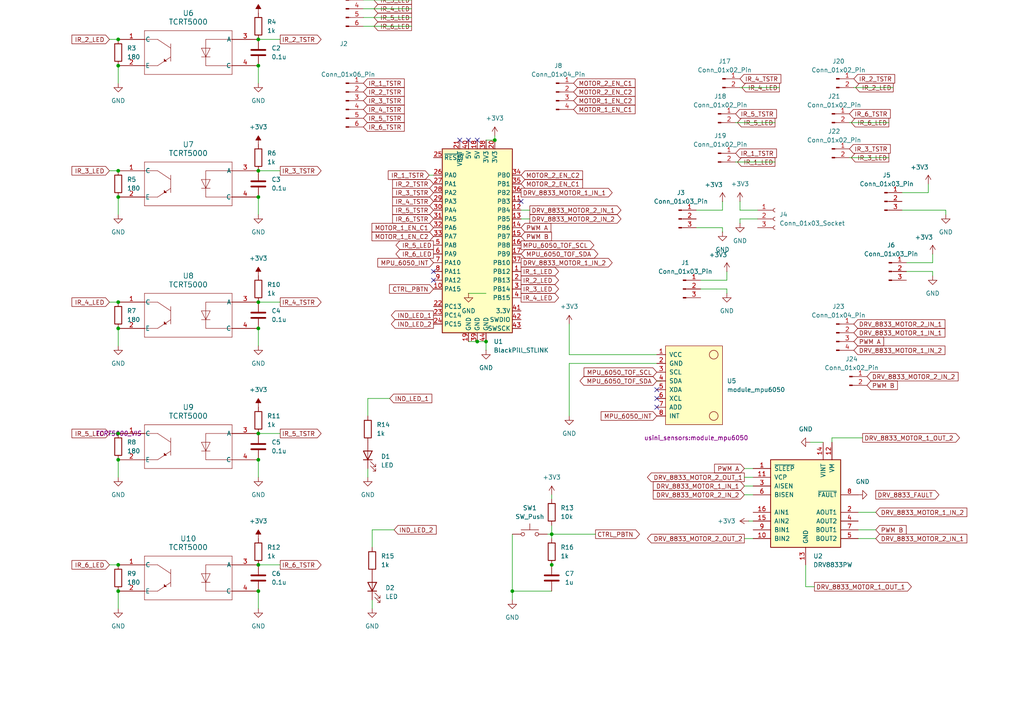
<source format=kicad_sch>
(kicad_sch (version 20231120) (generator "eeschema") (generator_version "8.0")
  (paper "A4")
  (lib_symbols
    (symbol "2024-09-13_15-42-39:TCRT5000" (pin_names (offset 0.254))
      (property "Reference" "U" (at 20.32 7.62 0))
      (property "Value" "TCRT5000" (at 20.32 5.08 0))
      (symbol "TCRT5000_0_1"
        (pin unspecified line (at 0 0 0) (length 7.62) (name "C") (number "1"))
        (pin unspecified line (at 0 -7.62 0) (length 7.62) (name "E") (number "2"))
        (pin unspecified line (at 40.64 0 180) (length 7.62) (name "A") (number "3"))
        (pin unspecified line (at 40.64 -7.62 180) (length 7.62) (name "C") (number "4"))
      )
    )
    (symbol "Connector:Conn_01x02_Pin" (pin_names (offset 1.016) hide)
      (property "Reference" "J" (at 0 2.54 0))
      (property "Value" "Conn_01x02_Pin" (at 0 -5.08 0))
      (symbol "Conn_01x02_Pin_1_1"
        (pin passive line (at 5.08 0 180) (length 3.81) (name "Pin_1") (number "1"))
        (pin passive line (at 5.08 -2.54 180) (length 3.81) (name "Pin_2") (number "2"))
      )
    )
    (symbol "Connector:Conn_01x03_Pin" (pin_names (offset 1.016) hide)
      (property "Reference" "J" (at 0 5.08 0))
      (property "Value" "Conn_01x03_Pin" (at 0 -5.08 0))
      (symbol "Conn_01x03_Pin_1_1"
        (pin passive line (at 5.08 2.54 180) (length 3.81) (name "Pin_1") (number "1"))
        (pin passive line (at 5.08 0 180) (length 3.81) (name "Pin_2") (number "2"))
        (pin passive line (at 5.08 -2.54 180) (length 3.81) (name "Pin_3") (number "3"))
      )
    )
    (symbol "Connector:Conn_01x03_Socket" (pin_names (offset 1.016) hide)
      (property "Reference" "J" (at 0 5.08 0))
      (property "Value" "Conn_01x03_Socket" (at 0 -5.08 0))
      (symbol "Conn_01x03_Socket_1_1"
        (pin passive line (at -5.08 2.54 0) (length 3.81) (name "Pin_1") (number "1"))
        (pin passive line (at -5.08 0 0) (length 3.81) (name "Pin_2") (number "2"))
        (pin passive line (at -5.08 -2.54 0) (length 3.81) (name "Pin_3") (number "3"))
      )
    )
    (symbol "Connector:Conn_01x04_Pin" (pin_names (offset 1.016) hide)
      (property "Reference" "J" (at 0 5.08 0))
      (property "Value" "Conn_01x04_Pin" (at 0 -7.62 0))
      (symbol "Conn_01x04_Pin_1_1"
        (pin passive line (at 5.08 2.54 180) (length 3.81) (name "Pin_1") (number "1"))
        (pin passive line (at 5.08 0 180) (length 3.81) (name "Pin_2") (number "2"))
        (pin passive line (at 5.08 -2.54 180) (length 3.81) (name "Pin_3") (number "3"))
        (pin passive line (at 5.08 -5.08 180) (length 3.81) (name "Pin_4") (number "4"))
      )
    )
    (symbol "Connector:Conn_01x06_Pin" (pin_names (offset 1.016) hide)
      (property "Reference" "J" (at 0 7.62 0))
      (property "Value" "Conn_01x06_Pin" (at 0 -10.16 0))
      (symbol "Conn_01x06_Pin_1_1"
        (pin passive line (at 5.08 5.08 180) (length 3.81) (name "Pin_1") (number "1"))
        (pin passive line (at 5.08 2.54 180) (length 3.81) (name "Pin_2") (number "2"))
        (pin passive line (at 5.08 0 180) (length 3.81) (name "Pin_3") (number "3"))
        (pin passive line (at 5.08 -2.54 180) (length 3.81) (name "Pin_4") (number "4"))
        (pin passive line (at 5.08 -5.08 180) (length 3.81) (name "Pin_5") (number "5"))
        (pin passive line (at 5.08 -7.62 180) (length 3.81) (name "Pin_6") (number "6"))
      )
    )
    (symbol "Device:C" (pin_numbers hide) (pin_names (offset 0.254))
      (property "Reference" "C" (at 0.635 2.54 0))
      (property "Value" "C" (at 0.635 -2.54 0))
      (symbol "C_1_1"
        (pin passive line (at 0 3.81 270) (length 2.794) (name "~") (number "1"))
        (pin passive line (at 0 -3.81 90) (length 2.794) (name "~") (number "2"))
      )
    )
    (symbol "Device:LED" (pin_numbers hide) (pin_names (offset 1.016) hide)
      (property "Reference" "D" (at 0 2.54 0))
      (property "Value" "LED" (at 0 -2.54 0))
      (symbol "LED_1_1"
        (pin passive line (at -3.81 0 0) (length 2.54) (name "K") (number "1"))
        (pin passive line (at 3.81 0 180) (length 2.54) (name "A") (number "2"))
      )
    )
    (symbol "Device:R" (pin_numbers hide) (pin_names (offset 0))
      (property "Reference" "R" (at 2.032 0 90))
      (property "Value" "R" (at 0 0 90))
      (symbol "R_1_1"
        (pin passive line (at 0 3.81 270) (length 1.27) (name "~") (number "1"))
        (pin passive line (at 0 -3.81 90) (length 1.27) (name "~") (number "2"))
      )
    )
    (symbol "Driver_Motor:DRV8833PW" (pin_names (offset 1.016))
      (property "Reference" "U" (at -3.81 16.51 0))
      (property "Value" "DRV8833PW" (at -3.81 13.97 0))
      (symbol "DRV8833PW_1_1"
        (pin input line (at -15.24 10.16 0) (length 5.08) (name "~{SLEEP}") (number "1"))
        (pin input line (at -15.24 -10.16 0) (length 5.08) (name "BIN2") (number "10"))
        (pin bidirectional line (at -15.24 7.62 0) (length 5.08) (name "VCP") (number "11"))
        (pin power_in line (at 7.62 17.78 270) (length 5.08) (name "VM") (number "12"))
        (pin power_in line (at 0 -17.78 90) (length 5.08) (name "GND") (number "13"))
        (pin power_in line (at 5.08 17.78 270) (length 5.08) (name "VINT") (number "14"))
        (pin input line (at -15.24 -5.08 0) (length 5.08) (name "AIN2") (number "15"))
        (pin input line (at -15.24 -2.54 0) (length 5.08) (name "AIN1") (number "16"))
        (pin power_out line (at 15.24 -2.54 180) (length 5.08) (name "AOUT1") (number "2"))
        (pin bidirectional line (at -15.24 5.08 0) (length 5.08) (name "AISEN") (number "3"))
        (pin power_out line (at 15.24 -5.08 180) (length 5.08) (name "AOUT2") (number "4"))
        (pin power_out line (at 15.24 -10.16 180) (length 5.08) (name "BOUT2") (number "5"))
        (pin bidirectional line (at -15.24 2.54 0) (length 5.08) (name "BISEN") (number "6"))
        (pin power_out line (at 15.24 -7.62 180) (length 5.08) (name "BOUT1") (number "7"))
        (pin open_collector line (at 15.24 2.54 180) (length 5.08) (name "~{FAULT}") (number "8"))
        (pin input line (at -15.24 -7.62 0) (length 5.08) (name "BIN1") (number "9"))
      )
    )
    (symbol "Switch:SW_Push" (pin_numbers hide) (pin_names (offset 1.016) hide)
      (property "Reference" "SW" (at 1.27 2.54 0))
      (property "Value" "SW_Push" (at 0 -1.524 0))
      (symbol "SW_Push_0_1"
        (pin passive line (at -5.08 0 0) (length 2.54) (name "1") (number "1"))
        (pin passive line (at 5.08 0 180) (length 2.54) (name "2") (number "2"))
      )
    )
    (symbol "blackpill_stlink:BlackPill_STLINK"
      (property "Reference" "U6" (at 4.5594 -27.5495 0))
      (property "Value" "BlackPill_STLINK" (at 4.5594 -30.3246 0))
      (symbol "BlackPill_STLINK_1_1"
        (pin bidirectional line (at 12.7 -7.62 180) (length 2.54) (name "PB12") (number "1"))
        (pin bidirectional line (at -12.7 -12.7 0) (length 2.54) (name "PA15") (number "10"))
        (pin bidirectional line (at 12.7 12.7 180) (length 2.54) (name "PB3") (number "11"))
        (pin bidirectional line (at 12.7 10.16 180) (length 2.54) (name "PB4") (number "12"))
        (pin bidirectional line (at 12.7 7.62 180) (length 2.54) (name "PB5") (number "13"))
        (pin bidirectional line (at 12.7 5.08 180) (length 2.54) (name "PB6") (number "14"))
        (pin bidirectional line (at 12.7 2.54 180) (length 2.54) (name "PB7") (number "15"))
        (pin bidirectional line (at 12.7 0 180) (length 2.54) (name "PB8") (number "16"))
        (pin bidirectional line (at 12.7 -2.54 180) (length 2.54) (name "PB9") (number "17"))
        (pin power_in line (at 0 30.48 270) (length 2.54) (name "5V") (number "18"))
        (pin power_in line (at -2.54 -27.94 90) (length 2.54) (name "GND") (number "19"))
        (pin bidirectional line (at 12.7 -10.16 180) (length 2.54) (name "PB13") (number "2"))
        (pin power_out line (at 5.08 30.48 270) (length 2.54) (name "3V3") (number "20"))
        (pin power_in line (at -5.08 30.48 270) (length 2.54) (name "VBAT") (number "21"))
        (pin bidirectional line (at -12.7 -17.78 0) (length 2.54) (name "PC13") (number "22"))
        (pin bidirectional line (at -12.7 -20.32 0) (length 2.54) (name "PC14") (number "23"))
        (pin bidirectional line (at -12.7 -22.86 0) (length 2.54) (name "PC15") (number "24"))
        (pin input line (at -12.7 25.4 0) (length 2.54) (name "~{RESET}") (number "25"))
        (pin bidirectional line (at -12.7 20.32 0) (length 2.54) (name "PA0") (number "26"))
        (pin bidirectional line (at -12.7 17.78 0) (length 2.54) (name "PA1") (number "27"))
        (pin bidirectional line (at -12.7 15.24 0) (length 2.54) (name "PA2") (number "28"))
        (pin bidirectional line (at -12.7 12.7 0) (length 2.54) (name "PA3") (number "29"))
        (pin bidirectional line (at 12.7 -12.7 180) (length 2.54) (name "PB14") (number "3"))
        (pin bidirectional line (at -12.7 10.16 0) (length 2.54) (name "PA4") (number "30"))
        (pin bidirectional line (at -12.7 7.62 0) (length 2.54) (name "PA5") (number "31"))
        (pin bidirectional line (at -12.7 5.08 0) (length 2.54) (name "PA6") (number "32"))
        (pin bidirectional line (at -12.7 2.54 0) (length 2.54) (name "PA7") (number "33"))
        (pin bidirectional line (at 12.7 20.32 180) (length 2.54) (name "PB0") (number "34"))
        (pin bidirectional line (at 12.7 17.78 180) (length 2.54) (name "PB1") (number "35"))
        (pin bidirectional line (at 12.7 15.24 180) (length 2.54) (name "PB2") (number "36"))
        (pin bidirectional line (at 12.7 -5.08 180) (length 2.54) (name "PB10") (number "37"))
        (pin power_out line (at 2.54 30.48 270) (length 2.54) (name "3V3") (number "38"))
        (pin power_in line (at 0 -27.94 90) (length 2.54) (name "GND") (number "39"))
        (pin bidirectional line (at 12.7 -15.24 180) (length 2.54) (name "PB15") (number "4"))
        (pin passive line (at -2.54 30.48 270) (length 2.54) (name "5V") (number "40"))
        (pin power_out line (at 12.7 -19.05 180) (length 2.54) (name "3.3V") (number "41"))
        (pin bidirectional line (at 12.7 -21.59 180) (length 2.54) (name "SWDIO") (number "42"))
        (pin bidirectional line (at 12.7 -24.13 180) (length 2.54) (name "SWSCK") (number "43"))
        (pin power_in line (at 2.54 -27.94 90) (length 2.54) (name "GND") (number "44"))
        (pin bidirectional line (at -12.7 0 0) (length 2.54) (name "PA8") (number "5"))
        (pin bidirectional line (at -12.7 -2.54 0) (length 2.54) (name "PA9") (number "6"))
        (pin bidirectional line (at -12.7 -5.08 0) (length 2.54) (name "PA10") (number "7"))
        (pin bidirectional line (at -12.7 -7.62 0) (length 2.54) (name "PA11") (number "8"))
        (pin bidirectional line (at -12.7 -10.16 0) (length 2.54) (name "PA12") (number "9"))
      )
    )
    (symbol "power:+3V3" (power) (pin_numbers hide) (pin_names (offset 0) hide)
      (property "Value" "+3V3" (at 0 3.556 0))
      (symbol "+3V3_1_1"
        (pin power_in line (at 0 0 90) (length 0) (name "~") (number "1"))
      )
    )
    (symbol "power:-3V3" (power) (pin_numbers hide) (pin_names (offset 0) hide)
      (property "Value" "-3V3" (at 0 3.556 0))
      (symbol "-3V3_0_0"
        (pin power_in line (at 0 0 90) (length 0) (name "~") (number "1"))
      )
    )
    (symbol "power:GND" (power) (pin_numbers hide) (pin_names (offset 0) hide)
      (property "Value" "GND" (at 0 -3.81 0))
      (symbol "GND_1_1"
        (pin power_in line (at 0 0 270) (length 0) (name "~") (number "1"))
      )
    )
    (symbol "usini_sensors:module_mpu6050" (pin_names (offset 1.016))
      (property "Reference" "U" (at 2.54 21.59 0))
      (property "Value" "module_mpu6050" (at 11.43 -3.81 0))
      (symbol "module_mpu6050_1_1"
        (pin input line (at 0 17.78 0) (length 2.54) (name "VCC") (number "1"))
        (pin input line (at 0 15.24 0) (length 2.54) (name "GND") (number "2"))
        (pin input line (at 0 12.7 0) (length 2.54) (name "SCL") (number "3"))
        (pin input line (at 0 10.16 0) (length 2.54) (name "SDA") (number "4"))
        (pin input line (at 0 7.62 0) (length 2.54) (name "XDA") (number "5"))
        (pin input line (at 0 5.08 0) (length 2.54) (name "XCL") (number "6"))
        (pin input line (at 0 2.54 0) (length 2.54) (name "ADD") (number "7"))
        (pin input line (at 0 0 0) (length 2.54) (name "INT") (number "8"))
      )
    )
  )
  (junction (at 138.43 99.06))
  (junction (at 74.93 163.83))
  (junction (at 74.93 125.73))
  (junction (at 34.29 57.15))
  (junction (at 34.29 171.45))
  (junction (at 34.29 87.63))
  (junction (at 34.29 49.53))
  (junction (at 74.93 49.53))
  (junction (at 160.02 163.83))
  (junction (at 148.59 171.45))
  (junction (at 34.29 133.35))
  (junction (at 34.29 -19.05))
  (junction (at 34.29 19.05))
  (junction (at 74.93 171.45))
  (junction (at 74.93 -19.05))
  (junction (at 74.93 11.43))
  (junction (at 74.93 133.35))
  (junction (at 34.29 125.73))
  (junction (at 34.29 163.83))
  (junction (at 74.93 19.05))
  (junction (at 160.02 154.94))
  (junction (at 140.97 99.06))
  (junction (at 34.29 -26.67))
  (junction (at 74.93 -26.67))
  (junction (at 74.93 95.25))
  (junction (at 74.93 87.63))
  (junction (at 143.51 40.64))
  (junction (at 34.29 11.43))
  (junction (at 34.29 95.25))
  (junction (at 74.93 57.15))
  (no_connect (at 138.43 40.64))
  (no_connect (at 151.13 58.42))
  (no_connect (at 125.73 81.28))
  (no_connect (at 135.89 40.64))
  (no_connect (at 190.5 118.11))
  (no_connect (at 133.35 40.64))
  (no_connect (at 190.5 113.03))
  (no_connect (at 125.73 78.74))
  (no_connect (at 190.5 115.57))
  (wire (pts (xy 74.93 125.73) (xy 81.28 125.73)))
  (wire (pts (xy 74.93 138.43) (xy 74.93 133.35)))
  (wire (pts (xy 209.55 66.04) (xy 209.55 67.31)))
  (wire (pts (xy 215.9 135.89) (xy 218.44 135.89)))
  (wire (pts (xy 214.63 63.5) (xy 214.63 64.77)))
  (wire (pts (xy 74.93 163.83) (xy 81.28 163.83)))
  (wire (pts (xy 403.86 60.96) (xy 407.67 60.96)))
  (wire (pts (xy 148.59 171.45) (xy 160.02 171.45)))
  (wire (pts (xy 248.92 153.67) (xy 254 153.67)))
  (wire (pts (xy 74.93 87.63) (xy 81.28 87.63)))
  (wire (pts (xy 160.02 144.78) (xy 160.02 143.51)))
  (wire (pts (xy 107.95 153.67) (xy 107.95 158.75)))
  (wire (pts (xy 219.71 60.96) (xy 214.63 60.96)))
  (wire (pts (xy 153.67 63.5) (xy 151.13 63.5)))
  (wire (pts (xy 215.9 138.43) (xy 218.44 138.43)))
  (wire (pts (xy 241.3 127) (xy 241.3 128.27)))
  (wire (pts (xy 31.75 125.73) (xy 34.29 125.73)))
  (wire (pts (xy 384.81 25.4) (xy 388.62 25.4)))
  (wire (pts (xy 158.75 154.94) (xy 160.02 154.94)))
  (wire (pts (xy 160.02 156.21) (xy 160.02 154.94)))
  (wire (pts (xy 106.68 115.57) (xy 106.68 120.65)))
  (wire (pts (xy 124.46 50.8) (xy 125.73 50.8)))
  (wire (pts (xy 274.32 62.23) (xy 274.32 60.96)))
  (wire (pts (xy 31.75 49.53) (xy 34.29 49.53)))
  (wire (pts (xy 135.89 99.06) (xy 138.43 99.06)))
  (wire (pts (xy 148.59 173.99) (xy 148.59 171.45)))
  (wire (pts (xy 342.9 63.5) (xy 337.82 63.5)))
  (wire (pts (xy 224.79 35.56) (xy 213.36 35.56)))
  (wire (pts (xy 209.55 60.96) (xy 201.93 60.96)))
  (wire (pts (xy 270.51 78.74) (xy 262.89 78.74)))
  (wire (pts (xy 219.71 63.5) (xy 214.63 63.5)))
  (wire (pts (xy 226.06 25.4) (xy 214.63 25.4)))
  (wire (pts (xy 107.95 153.67) (xy 114.3 153.67)))
  (wire (pts (xy 236.22 170.18) (xy 233.68 170.18)))
  (wire (pts (xy 31.75 163.83) (xy 34.29 163.83)))
  (wire (pts (xy 74.93 62.23) (xy 74.93 57.15)))
  (wire (pts (xy 210.82 78.74) (xy 210.82 81.28)))
  (wire (pts (xy 153.67 60.96) (xy 151.13 60.96)))
  (wire (pts (xy 138.43 99.06) (xy 140.97 99.06)))
  (wire (pts (xy 403.86 93.98) (xy 406.4 93.98)))
  (wire (pts (xy 160.02 163.83) (xy 160.02 166.37)))
  (wire (pts (xy 406.4 63.5) (xy 406.4 64.77)))
  (wire (pts (xy 234.95 128.27) (xy 238.76 128.27)))
  (wire (pts (xy 34.29 -13.97) (xy 34.29 -19.05)))
  (wire (pts (xy 345.44 29.21) (xy 344.17 29.21)))
  (wire (pts (xy 337.82 60.96) (xy 342.9 60.96)))
  (wire (pts (xy 403.86 58.42) (xy 407.67 58.42)))
  (wire (pts (xy 34.29 24.13) (xy 34.29 19.05)))
  (wire (pts (xy 210.82 85.09) (xy 210.82 83.82)))
  (wire (pts (xy 269.24 53.34) (xy 269.24 55.88)))
  (wire (pts (xy 34.29 100.33) (xy 34.29 95.25)))
  (wire (pts (xy 406.4 64.77) (xy 403.86 64.77)))
  (wire (pts (xy 135.89 85.09) (xy 140.97 85.09)))
  (wire (pts (xy 160.02 152.4) (xy 160.02 154.94)))
  (wire (pts (xy 106.68 115.57) (xy 113.03 115.57)))
  (wire (pts (xy 384.81 27.94) (xy 388.62 27.94)))
  (wire (pts (xy 31.75 -26.67) (xy 34.29 -26.67)))
  (wire (pts (xy 119.38 -2.54) (xy 105.41 -2.54)))
  (wire (pts (xy 337.82 58.42) (xy 339.09 58.42)))
  (wire (pts (xy 160.02 154.94) (xy 172.72 154.94)))
  (wire (pts (xy 119.38 0) (xy 105.41 0)))
  (wire (pts (xy 74.93 100.33) (xy 74.93 95.25)))
  (wire (pts (xy 119.38 7.62) (xy 105.41 7.62)))
  (wire (pts (xy 215.9 143.51) (xy 218.44 143.51)))
  (wire (pts (xy 215.9 156.21) (xy 218.44 156.21)))
  (wire (pts (xy 210.82 81.28) (xy 203.2 81.28)))
  (wire (pts (xy 397.51 59.69) (xy 403.86 59.69)))
  (wire (pts (xy 248.92 156.21) (xy 254 156.21)))
  (wire (pts (xy 339.09 76.2) (xy 337.82 76.2)))
  (wire (pts (xy 74.93 11.43) (xy 81.28 11.43)))
  (wire (pts (xy 31.75 87.63) (xy 34.29 87.63)))
  (wire (pts (xy 406.4 93.98) (xy 406.4 92.71)))
  (wire (pts (xy 34.29 176.53) (xy 34.29 171.45)))
  (wire (pts (xy 344.17 26.67) (xy 345.44 26.67)))
  (wire (pts (xy 74.93 49.53) (xy 81.28 49.53)))
  (wire (pts (xy 217.17 151.13) (xy 218.44 151.13)))
  (wire (pts (xy 257.81 45.72) (xy 246.38 45.72)))
  (wire (pts (xy 337.82 87.63) (xy 339.09 87.63)))
  (wire (pts (xy 140.97 99.06) (xy 140.97 101.6)))
  (wire (pts (xy 119.38 -5.08) (xy 105.41 -5.08)))
  (wire (pts (xy 214.63 60.96) (xy 214.63 58.42)))
  (wire (pts (xy 269.24 55.88) (xy 261.62 55.88)))
  (wire (pts (xy 402.59 76.2) (xy 406.4 76.2)))
  (wire (pts (xy 165.1 102.87) (xy 190.5 102.87)))
  (wire (pts (xy 210.82 83.82) (xy 203.2 83.82)))
  (wire (pts (xy 339.09 90.17) (xy 337.82 90.17)))
  (wire (pts (xy 402.59 87.63) (xy 406.4 87.63)))
  (wire (pts (xy 402.59 73.66) (xy 406.4 73.66)))
  (wire (pts (xy 259.08 25.4) (xy 247.65 25.4)))
  (wire (pts (xy 74.93 -26.67) (xy 81.28 -26.67)))
  (wire (pts (xy 148.59 171.45) (xy 148.59 154.94)))
  (wire (pts (xy 337.82 73.66) (xy 339.09 73.66)))
  (wire (pts (xy 261.62 60.96) (xy 274.32 60.96)))
  (wire (pts (xy 257.81 35.56) (xy 246.38 35.56)))
  (wire (pts (xy 209.55 58.42) (xy 209.55 60.96)))
  (wire (pts (xy 386.08 31.75) (xy 388.62 31.75)))
  (wire (pts (xy 270.51 80.01) (xy 270.51 78.74)))
  (wire (pts (xy 74.93 24.13) (xy 74.93 19.05)))
  (wire (pts (xy 119.38 5.08) (xy 105.41 5.08)))
  (wire (pts (xy 248.92 148.59) (xy 254 148.59)))
  (wire (pts (xy 119.38 2.54) (xy 105.41 2.54)))
  (wire (pts (xy 190.5 105.41) (xy 165.1 105.41)))
  (wire (pts (xy 403.86 57.15) (xy 403.86 58.42)))
  (wire (pts (xy 107.95 173.99) (xy 107.95 176.53)))
  (wire (pts (xy 406.4 63.5) (xy 407.67 63.5)))
  (wire (pts (xy 106.68 135.89) (xy 106.68 138.43)))
  (wire (pts (xy 388.62 31.75) (xy 388.62 30.48)))
  (wire (pts (xy 270.51 76.2) (xy 262.89 76.2)))
  (wire (pts (xy 402.59 90.17) (xy 406.4 90.17)))
  (wire (pts (xy 233.68 170.18) (xy 233.68 163.83)))
  (wire (pts (xy 165.1 105.41) (xy 165.1 120.65)))
  (wire (pts (xy 403.86 59.69) (xy 403.86 60.96)))
  (wire (pts (xy 34.29 138.43) (xy 34.29 133.35)))
  (wire (pts (xy 201.93 66.04) (xy 209.55 66.04)))
  (wire (pts (xy 165.1 93.98) (xy 165.1 102.87)))
  (wire (pts (xy 190.5 110.49) (xy 191.77 110.49)))
  (wire (pts (xy 31.75 11.43) (xy 34.29 11.43)))
  (wire (pts (xy 34.29 62.23) (xy 34.29 57.15)))
  (wire (pts (xy 74.93 176.53) (xy 74.93 171.45)))
  (wire (pts (xy 224.79 46.99) (xy 213.36 46.99)))
  (wire (pts (xy 397.51 57.15) (xy 403.86 57.15)))
  (wire (pts (xy 270.51 73.66) (xy 270.51 76.2)))
  (wire (pts (xy 143.51 39.37) (xy 143.51 40.64)))
  (wire (pts (xy 250.19 127) (xy 241.3 127)))
  (wire (pts (xy 74.93 -13.97) (xy 74.93 -19.05)))
  (wire (pts (xy 215.9 140.97) (xy 218.44 140.97)))
  (wire (pts (xy 140.97 40.64) (xy 143.51 40.64)))
  (global_label "DRV_8833_MOTOR_1_OUT_1" (shape output) (at 236.22 170.18 0) (property "Intersheetrefs" "${INTERSHEET_REFS}" (effects (hide yes))))
  (global_label "IR_2_LED" (shape output) (at 259.08 25.4 180) (property "Intersheetrefs" "${INTERSHEET_REFS}" (effects (hide yes))))
  (global_label "IR_1_TSTR" (shape input) (at 213.36 44.45 0) (property "Intersheetrefs" "${INTERSHEET_REFS}" (effects (hide yes))))
  (global_label "MPU_6050_INT" (shape input) (at 337.82 78.74 0) (property "Intersheetrefs" "${INTERSHEET_REFS}" (effects (hide yes))))
  (global_label "IR_5_TSTR" (shape input) (at 105.41 34.29 0) (property "Intersheetrefs" "${INTERSHEET_REFS}" (effects (hide yes))))
  (global_label "IR_1_LED" (shape output) (at 224.79 46.99 180) (property "Intersheetrefs" "${INTERSHEET_REFS}" (effects (hide yes))))
  (global_label "MPU_6050_TOF_SDA" (shape bidirectional) (at 190.5 110.49 180) (property "Intersheetrefs" "${INTERSHEET_REFS}" (effects (hide yes))))
  (global_label "CTRL_PBTN" (shape input) (at 125.73 83.82 180) (property "Intersheetrefs" "${INTERSHEET_REFS}" (effects (hide yes))))
  (global_label "IR_3_LED" (shape input) (at 31.75 49.53 180) (property "Intersheetrefs" "${INTERSHEET_REFS}" (effects (hide yes))))
  (global_label "DRV_8833_MOTOR_2_OUT_1" (shape output) (at 339.09 73.66 0) (property "Intersheetrefs" "${INTERSHEET_REFS}" (effects (hide yes))))
  (global_label "IR_5_LED" (shape output) (at 224.79 35.56 180) (property "Intersheetrefs" "${INTERSHEET_REFS}" (effects (hide yes))))
  (global_label "MPU_6050_TOF_SCL" (shape input) (at 190.5 107.95 180) (property "Intersheetrefs" "${INTERSHEET_REFS}" (effects (hide yes))))
  (global_label "MPU_6050_TOF_SCL" (shape input) (at 402.59 90.17 180) (property "Intersheetrefs" "${INTERSHEET_REFS}" (effects (hide yes))))
  (global_label "DRV_8833_MOTOR_2_OUT_2" (shape output) (at 215.9 156.21 180) (property "Intersheetrefs" "${INTERSHEET_REFS}" (effects (hide yes))))
  (global_label "DRV_8833_MOTOR_2_IN_1" (shape output) (at 397.51 57.15 180) (property "Intersheetrefs" "${INTERSHEET_REFS}" (effects (hide yes))))
  (global_label "DRV_8833_MOTOR_2_IN_1" (shape input) (at 254 156.21 0) (property "Intersheetrefs" "${INTERSHEET_REFS}" (effects (hide yes))))
  (global_label "MPU_6050_TOF_SDA" (shape input) (at 339.09 87.63 0) (property "Intersheetrefs" "${INTERSHEET_REFS}" (effects (hide yes))))
  (global_label "MPU_6050_TOF_SCL" (shape output) (at 151.13 71.12 0) (property "Intersheetrefs" "${INTERSHEET_REFS}" (effects (hide yes))))
  (global_label "IR_1_TSTR" (shape input) (at 105.41 24.13 0) (property "Intersheetrefs" "${INTERSHEET_REFS}" (effects (hide yes))))
  (global_label "IR_6_TSTR" (shape input) (at 105.41 36.83 0) (property "Intersheetrefs" "${INTERSHEET_REFS}" (effects (hide yes))))
  (global_label "IR_1_LED" (shape output) (at 151.13 78.74 0) (property "Intersheetrefs" "${INTERSHEET_REFS}" (effects (hide yes))))
  (global_label "IR_1_LED" (shape output) (at 119.38 -5.08 180) (property "Intersheetrefs" "${INTERSHEET_REFS}" (effects (hide yes))))
  (global_label "IR_3_TSTR" (shape input) (at 246.38 43.18 0) (property "Intersheetrefs" "${INTERSHEET_REFS}" (effects (hide yes))))
  (global_label "DRV_8833_MOTOR_2_OUT_1" (shape output) (at 215.9 138.43 180) (property "Intersheetrefs" "${INTERSHEET_REFS}" (effects (hide yes))))
  (global_label "PWM A" (shape input) (at 151.13 66.04 0) (property "Intersheetrefs" "${INTERSHEET_REFS}" (effects (hide yes))))
  (global_label "IR_2_LED" (shape output) (at 151.13 81.28 0) (property "Intersheetrefs" "${INTERSHEET_REFS}" (effects (hide yes))))
  (global_label "IR_6_LED" (shape output) (at 125.73 73.66 180) (property "Intersheetrefs" "${INTERSHEET_REFS}" (effects (hide yes))))
  (global_label "DRV_8833_MOTOR_2_IN_2" (shape input) (at 251.46 109.22 0) (property "Intersheetrefs" "${INTERSHEET_REFS}" (effects (hide yes))))
  (global_label "IR_1_TSTR" (shape output) (at 81.28 -26.67 0) (property "Intersheetrefs" "${INTERSHEET_REFS}" (effects (hide yes))))
  (global_label "MPU_6050_TOF_SCL" (shape input) (at 339.09 90.17 0) (property "Intersheetrefs" "${INTERSHEET_REFS}" (effects (hide yes))))
  (global_label "IR_4_LED" (shape output) (at 226.06 25.4 180) (property "Intersheetrefs" "${INTERSHEET_REFS}" (effects (hide yes))))
  (global_label "IND_LED_2" (shape input) (at 384.81 27.94 180) (property "Intersheetrefs" "${INTERSHEET_REFS}" (effects (hide yes))))
  (global_label "MOTOR_2_EN_C2" (shape input) (at 151.13 50.8 0) (property "Intersheetrefs" "${INTERSHEET_REFS}" (effects (hide yes))))
  (global_label "IR_4_LED" (shape output) (at 119.38 2.54 180) (property "Intersheetrefs" "${INTERSHEET_REFS}" (effects (hide yes))))
  (global_label "IR_4_LED" (shape input) (at 31.75 87.63 180) (property "Intersheetrefs" "${INTERSHEET_REFS}" (effects (hide yes))))
  (global_label "DRV_8833_MOTOR_1_IN_1" (shape output) (at 151.13 55.88 0) (property "Intersheetrefs" "${INTERSHEET_REFS}" (effects (hide yes))))
  (global_label "MOTOR_2_EN_C1" (shape input) (at 151.13 53.34 0) (property "Intersheetrefs" "${INTERSHEET_REFS}" (effects (hide yes))))
  (global_label "IND_LED_1" (shape input) (at 113.03 115.57 0) (property "Intersheetrefs" "${INTERSHEET_REFS}" (effects (hide yes))))
  (global_label "IR_5_LED" (shape output) (at 125.73 71.12 180) (property "Intersheetrefs" "${INTERSHEET_REFS}" (effects (hide yes))))
  (global_label "DRV_8833_MOTOR_1_IN_1" (shape input) (at 247.65 96.52 0) (property "Intersheetrefs" "${INTERSHEET_REFS}" (effects (hide yes))))
  (global_label "PWM B" (shape input) (at 254 153.67 0) (property "Intersheetrefs" "${INTERSHEET_REFS}" (effects (hide yes))))
  (global_label "MPU_6050_TOF_SDA" (shape input) (at 402.59 87.63 180) (property "Intersheetrefs" "${INTERSHEET_REFS}" (effects (hide yes))))
  (global_label "IR_6_LED" (shape input) (at 31.75 163.83 180) (property "Intersheetrefs" "${INTERSHEET_REFS}" (effects (hide yes))))
  (global_label "DRV_8833_MOTOR_2_IN_2" (shape output) (at 153.67 63.5 0) (property "Intersheetrefs" "${INTERSHEET_REFS}" (effects (hide yes))))
  (global_label "IR_3_TSTR" (shape output) (at 81.28 49.53 0) (property "Intersheetrefs" "${INTERSHEET_REFS}" (effects (hide yes))))
  (global_label "MOTOR_1_EN_C1" (shape input) (at 166.37 31.75 0) (property "Intersheetrefs" "${INTERSHEET_REFS}" (effects (hide yes))))
  (global_label "DRV_8833_MOTOR_2_IN_2" (shape output) (at 397.51 59.69 180) (property "Intersheetrefs" "${INTERSHEET_REFS}" (effects (hide yes))))
  (global_label "DRV_8833_MOTOR_1_OUT_2" (shape output) (at 342.9 63.5 0) (property "Intersheetrefs" "${INTERSHEET_REFS}" (effects (hide yes))))
  (global_label "IR_4_TSTR" (shape input) (at 125.73 58.42 180) (property "Intersheetrefs" "${INTERSHEET_REFS}" (effects (hide yes))))
  (global_label "MPU_6050_TOF_SDA" (shape bidirectional) (at 151.13 73.66 0) (property "Intersheetrefs" "${INTERSHEET_REFS}" (effects (hide yes))))
  (global_label "IND_LED_1" (shape input) (at 345.44 26.67 0) (property "Intersheetrefs" "${INTERSHEET_REFS}" (effects (hide yes))))
  (global_label "IR_6_LED" (shape output) (at 119.38 7.62 180) (property "Intersheetrefs" "${INTERSHEET_REFS}" (effects (hide yes))))
  (global_label "DRV_8833_MOTOR_1_IN_2" (shape input) (at 254 148.59 0) (property "Intersheetrefs" "${INTERSHEET_REFS}" (effects (hide yes))))
  (global_label "PWM B" (shape input) (at 251.46 111.76 0) (property "Intersheetrefs" "${INTERSHEET_REFS}" (effects (hide yes))))
  (global_label "IR_3_TSTR" (shape input) (at 125.73 55.88 180) (property "Intersheetrefs" "${INTERSHEET_REFS}" (effects (hide yes))))
  (global_label "IR_5_LED" (shape input) (at 31.75 125.73 180) (property "Intersheetrefs" "${INTERSHEET_REFS}" (effects (hide yes))))
  (global_label "DRV_8833_MOTOR_1_IN_2" (shape output) (at 339.09 109.22 0) (property "Intersheetrefs" "${INTERSHEET_REFS}" (effects (hide yes))))
  (global_label "IR_5_TSTR" (shape input) (at 125.73 60.96 180) (property "Intersheetrefs" "${INTERSHEET_REFS}" (effects (hide yes))))
  (global_label "IR_5_LED" (shape output) (at 119.38 5.08 180) (property "Intersheetrefs" "${INTERSHEET_REFS}" (effects (hide yes))))
  (global_label "IR_6_TSTR" (shape input) (at 246.38 33.02 0) (property "Intersheetrefs" "${INTERSHEET_REFS}" (effects (hide yes))))
  (global_label "IR_4_LED" (shape output) (at 151.13 86.36 0) (property "Intersheetrefs" "${INTERSHEET_REFS}" (effects (hide yes))))
  (global_label "CTRL_PBTN" (shape output) (at 172.72 154.94 0) (property "Intersheetrefs" "${INTERSHEET_REFS}" (effects (hide yes))))
  (global_label "IND_LED_2" (shape input) (at 345.44 29.21 0) (property "Intersheetrefs" "${INTERSHEET_REFS}" (effects (hide yes))))
  (global_label "DRV_8833_MOTOR_1_OUT_1" (shape output) (at 342.9 60.96 0) (property "Intersheetrefs" "${INTERSHEET_REFS}" (effects (hide yes))))
  (global_label "IR_4_TSTR" (shape output) (at 81.28 87.63 0) (property "Intersheetrefs" "${INTERSHEET_REFS}" (effects (hide yes))))
  (global_label "IR_3_LED" (shape output) (at 257.81 45.72 180) (property "Intersheetrefs" "${INTERSHEET_REFS}" (effects (hide yes))))
  (global_label "DRV_8833_MOTOR_2_IN_1" (shape input) (at 247.65 93.98 0) (property "Intersheetrefs" "${INTERSHEET_REFS}" (effects (hide yes))))
  (global_label "DRV_8833_MOTOR_1_IN_1" (shape output) (at 339.09 111.76 0) (property "Intersheetrefs" "${INTERSHEET_REFS}" (effects (hide yes))))
  (global_label "DRV_8833_FAULT" (shape output) (at 254 143.51 0) (property "Intersheetrefs" "${INTERSHEET_REFS}" (effects (hide yes))))
  (global_label "DRV_8833_MOTOR_1_IN_2" (shape output) (at 151.13 76.2 0) (property "Intersheetrefs" "${INTERSHEET_REFS}" (effects (hide yes))))
  (global_label "PWM B" (shape input) (at 402.59 76.2 180) (property "Intersheetrefs" "${INTERSHEET_REFS}" (effects (hide yes))))
  (global_label "IND_LED_1" (shape output) (at 125.73 91.44 180) (property "Intersheetrefs" "${INTERSHEET_REFS}" (effects (hide yes))))
  (global_label "PWM A" (shape input) (at 215.9 135.89 180) (property "Intersheetrefs" "${INTERSHEET_REFS}" (effects (hide yes))))
  (global_label "IR_2_TSTR" (shape input) (at 247.65 22.86 0) (property "Intersheetrefs" "${INTERSHEET_REFS}" (effects (hide yes))))
  (global_label "MOTOR_1_EN_C2" (shape input) (at 125.73 68.58 180) (property "Intersheetrefs" "${INTERSHEET_REFS}" (effects (hide yes))))
  (global_label "IR_6_LED" (shape output) (at 257.81 35.56 180) (property "Intersheetrefs" "${INTERSHEET_REFS}" (effects (hide yes))))
  (global_label "IR_2_LED" (shape input) (at 31.75 11.43 180) (property "Intersheetrefs" "${INTERSHEET_REFS}" (effects (hide yes))))
  (global_label "PWM A" (shape input) (at 247.65 99.06 0) (property "Intersheetrefs" "${INTERSHEET_REFS}" (effects (hide yes))))
  (global_label "IND_LED_1" (shape input) (at 384.81 25.4 180) (property "Intersheetrefs" "${INTERSHEET_REFS}" (effects (hide yes))))
  (global_label "MPU_6050_INT" (shape input) (at 125.73 76.2 180) (property "Intersheetrefs" "${INTERSHEET_REFS}" (effects (hide yes))))
  (global_label "CTRL_PBTN" (shape input) (at 386.08 31.75 180) (property "Intersheetrefs" "${INTERSHEET_REFS}" (effects (hide yes))))
  (global_label "MPU_6050_INT" (shape input) (at 190.5 120.65 180) (property "Intersheetrefs" "${INTERSHEET_REFS}" (effects (hide yes))))
  (global_label "DRV_8833_MOTOR_2_IN_1" (shape output) (at 153.67 60.96 0) (property "Intersheetrefs" "${INTERSHEET_REFS}" (effects (hide yes))))
  (global_label "IR_1_TSTR" (shape input) (at 124.46 50.8 180) (property "Intersheetrefs" "${INTERSHEET_REFS}" (effects (hide yes))))
  (global_label "IR_3_LED" (shape output) (at 151.13 83.82 0) (property "Intersheetrefs" "${INTERSHEET_REFS}" (effects (hide yes))))
  (global_label "IR_1_LED" (shape input) (at 31.75 -26.67 180) (property "Intersheetrefs" "${INTERSHEET_REFS}" (effects (hide yes))))
  (global_label "IR_5_TSTR" (shape input) (at 213.36 33.02 0) (property "Intersheetrefs" "${INTERSHEET_REFS}" (effects (hide yes))))
  (global_label "IR_6_TSTR" (shape output) (at 81.28 163.83 0) (property "Intersheetrefs" "${INTERSHEET_REFS}" (effects (hide yes))))
  (global_label "IR_2_LED" (shape output) (at 119.38 -2.54 180) (property "Intersheetrefs" "${INTERSHEET_REFS}" (effects (hide yes))))
  (global_label "IR_2_TSTR" (shape input) (at 125.73 53.34 180) (property "Intersheetrefs" "${INTERSHEET_REFS}" (effects (hide yes))))
  (global_label "IR_5_TSTR" (shape output) (at 81.28 125.73 0) (property "Intersheetrefs" "${INTERSHEET_REFS}" (effects (hide yes))))
  (global_label "DRV_8833_MOTOR_1_IN_1" (shape input) (at 215.9 140.97 180) (property "Intersheetrefs" "${INTERSHEET_REFS}" (effects (hide yes))))
  (global_label "MOTOR_1_EN_C1" (shape input) (at 125.73 66.04 180) (property "Intersheetrefs" "${INTERSHEET_REFS}" (effects (hide yes))))
  (global_label "MOTOR_2_EN_C1" (shape input) (at 166.37 24.13 0) (property "Intersheetrefs" "${INTERSHEET_REFS}" (effects (hide yes))))
  (global_label "DRV_8833_MOTOR_1_OUT_2" (shape output) (at 250.19 127 0) (property "Intersheetrefs" "${INTERSHEET_REFS}" (effects (hide yes))))
  (global_label "IND_LED_2" (shape output) (at 125.73 93.98 180) (property "Intersheetrefs" "${INTERSHEET_REFS}" (effects (hide yes))))
  (global_label "PWM B" (shape input) (at 151.13 68.58 0) (property "Intersheetrefs" "${INTERSHEET_REFS}" (effects (hide yes))))
  (global_label "IR_4_TSTR" (shape input) (at 214.63 22.86 0) (property "Intersheetrefs" "${INTERSHEET_REFS}" (effects (hide yes))))
  (global_label "IR_2_TSTR" (shape output) (at 81.28 11.43 0) (property "Intersheetrefs" "${INTERSHEET_REFS}" (effects (hide yes))))
  (global_label "IR_4_TSTR" (shape input) (at 105.41 31.75 0) (property "Intersheetrefs" "${INTERSHEET_REFS}" (effects (hide yes))))
  (global_label "DRV_8833_MOTOR_2_OUT_2" (shape output) (at 356.87 81.28 0) (property "Intersheetrefs" "${INTERSHEET_REFS}" (effects (hide yes))))
  (global_label "MOTOR_2_EN_C2" (shape input) (at 166.37 26.67 0) (property "Intersheetrefs" "${INTERSHEET_REFS}" (effects (hide yes))))
  (global_label "MPU_6050_INT" (shape input) (at 403.86 64.77 180) (property "Intersheetrefs" "${INTERSHEET_REFS}" (effects (hide yes))))
  (global_label "IR_2_TSTR" (shape input) (at 105.41 26.67 0) (property "Intersheetrefs" "${INTERSHEET_REFS}" (effects (hide yes))))
  (global_label "IND_LED_2" (shape input) (at 114.3 153.67 0) (property "Intersheetrefs" "${INTERSHEET_REFS}" (effects (hide yes))))
  (global_label "DRV_8833_MOTOR_2_IN_2" (shape input) (at 215.9 143.51 180) (property "Intersheetrefs" "${INTERSHEET_REFS}" (effects (hide yes))))
  (global_label "IR_3_LED" (shape output) (at 119.38 0 180) (property "Intersheetrefs" "${INTERSHEET_REFS}" (effects (hide yes))))
  (global_label "DRV_8833_MOTOR_1_IN_2" (shape input) (at 247.65 101.6 0) (property "Intersheetrefs" "${INTERSHEET_REFS}" (effects (hide yes))))
  (global_label "IR_6_TSTR" (shape input) (at 125.73 63.5 180) (property "Intersheetrefs" "${INTERSHEET_REFS}" (effects (hide yes))))
  (global_label "PWM A" (shape input) (at 402.59 73.66 180) (property "Intersheetrefs" "${INTERSHEET_REFS}" (effects (hide yes))))
  (global_label "CTRL_PBTN" (shape input) (at 344.17 31.75 0) (property "Intersheetrefs" "${INTERSHEET_REFS}" (effects (hide yes))))
  (global_label "MOTOR_1_EN_C2" (shape input) (at 166.37 29.21 0) (property "Intersheetrefs" "${INTERSHEET_REFS}" (effects (hide yes))))
  (global_label "IR_3_TSTR" (shape input) (at 105.41 29.21 0) (property "Intersheetrefs" "${INTERSHEET_REFS}" (effects (hide yes))))
  (symbol (lib_id "Device:R") (at 106.68 124.46 180) (unit 1)
    (property "Reference" "R14" (at 109.22 123.1899 0) (effects (justify right)))
    (property "Value" "1k" (at 109.22 125.7299 0) (effects (justify right)))
    (property "Footprint" "Resistor_THT:R_Axial_DIN0309_L9.0mm_D3.2mm_P12.70mm_Horizontal" (effects (hide yes)))
    (property "Description" "Resistor" (effects (hide yes)))
  )
  (symbol (lib_id "power:GND") (at 148.59 173.99 0) (unit 1)
    (property "Reference" "#PWR028" (effects (hide yes)))
    (property "Value" "GND" (at 148.59 179.07 0))
    (property "Description" "Power symbol creates a global label with name \"GND\" , ground" (effects (hide yes)))
  )
  (symbol (lib_id "power:GND") (at 234.95 128.27 270) (unit 1)
    (property "Reference" "#PWR025" (effects (hide yes)))
    (property "Value" "GND" (at 233.68 124.46 90))
    (property "Description" "Power symbol creates a global label with name \"GND\" , ground" (effects (hide yes)))
  )
  (symbol (lib_id "power:-3V3") (at 74.93 41.91 0) (unit 1)
    (property "Reference" "#PWR010" (effects (hide yes)))
    (property "Value" "+3V3" (at 74.93 36.83 0))
    (property "Description" "Power symbol creates a global label with name \"-3V3\"" (effects (hide yes)))
  )
  (symbol (lib_id "Device:C") (at 74.93 129.54 0) (unit 1)
    (property "Reference" "C5" (at 78.74 128.2699 0) (effects (justify left)))
    (property "Value" "0.1u" (at 78.74 130.8099 0) (effects (justify left)))
    (property "Footprint" "Capacitor_THT:C_Disc_D4.3mm_W1.9mm_P5.00mm" (effects (hide yes)))
    (property "Description" "Unpolarized capacitor" (effects (hide yes)))
  )
  (symbol (lib_id "Driver_Motor:DRV8833PW") (at 233.68 146.05 0) (unit 1)
    (property "Reference" "U2" (at 235.8741 161.29 0) (effects (justify left)))
    (property "Value" "DRV8833PW" (at 235.8741 163.83 0) (effects (justify left)))
    (property "Footprint" "Package_SO:TSSOP-16_4.4x5mm_P0.65mm" (effects (hide yes)))
    (property "Datasheet" "http://www.ti.com/lit/ds/symlink/drv8833.pdf" (effects (hide yes)))
    (property "Description" "Dual H-Bridge Motor Driver, TSSOP-16" (effects (hide yes)))
  )
  (symbol (lib_id "blackpill_stlink:BlackPill_STLINK") (at 138.43 71.12 0) (unit 1)
    (property "Reference" "U1" (at 143.1641 99.06 0) (effects (justify left)))
    (property "Value" "BlackPill_STLINK" (at 143.1641 101.6 0) (effects (justify left)))
    (property "Footprint" "kicad_blackpill-main:BlackPill_STLINK" (effects (hide yes)))
    (property "Description" "STM32F4-based \"Black Pill\" micro-controller development board" (effects (hide yes)))
  )
  (symbol (lib_id "Connector:Conn_01x03_Pin") (at 332.74 90.17 0) (unit 1)
    (property "Reference" "J15" (at 333.375 82.55 0))
    (property "Value" "Conn_01x03_Pin" (at 333.375 85.09 0))
    (property "Footprint" "Connector_PinSocket_1.27mm:PinSocket_1x03_P1.27mm_Vertical" (effects (hide yes)))
    (property "Description" "Generic connector, single row, 01x03, script generated" (effects (hide yes)))
  )
  (symbol (lib_id "Connector:Conn_01x03_Pin") (at 257.81 78.74 0) (unit 1)
    (property "Reference" "J6" (at 258.445 71.12 0))
    (property "Value" "Conn_01x03_Pin" (at 258.445 73.66 0))
    (property "Footprint" "Connector_PinSocket_1.27mm:PinSocket_1x03_P1.27mm_Vertical" (effects (hide yes)))
    (property "Description" "Generic connector, single row, 01x03, script generated" (effects (hide yes)))
  )
  (symbol (lib_id "Connector:Conn_01x03_Pin") (at 196.85 63.5 0) (unit 1)
    (property "Reference" "J3" (at 197.485 55.88 0))
    (property "Value" "Conn_01x03_Pin" (at 197.485 58.42 0))
    (property "Footprint" "Connector_PinSocket_1.27mm:PinSocket_1x03_P1.27mm_Vertical" (effects (hide yes)))
    (property "Description" "Generic connector, single row, 01x03, script generated" (effects (hide yes)))
  )
  (symbol (lib_id "2024-09-13_15-42-39:TCRT5000") (at 34.29 125.73 0) (unit 1)
    (property "Reference" "U9" (at 54.61 118.11 0) (effects (font (size 1.524 1.524))))
    (property "Value" "TCRT5000" (at 54.61 120.65 0) (effects (font (size 1.524 1.524))))
    (property "Footprint" "TCRT5000_VIS" (at 34.29 125.73 0) (effects (font (italic yes))))
    (property "Datasheet" "TCRT5000" (effects (hide yes)))
  )
  (symbol (lib_id "Connector:Conn_01x03_Socket") (at 411.48 76.2 0) (unit 1)
    (property "Reference" "J14" (at 412.75 74.9299 0) (effects (justify left)))
    (property "Value" "Conn_01x03_Socket" (at 412.75 77.4699 0) (effects (justify left)))
    (property "Footprint" "Connector_PinSocket_1.27mm:PinSocket_1x03_P1.27mm_Vertical" (effects (hide yes)))
    (property "Description" "Generic connector, single row, 01x03, script generated" (effects (hide yes)))
  )
  (symbol (lib_id "Device:R") (at 34.29 129.54 180) (unit 1)
    (property "Reference" "R8" (at 36.83 128.2699 0) (effects (justify right)))
    (property "Value" "180" (at 36.83 130.8099 0) (effects (justify right)))
    (property "Footprint" "Resistor_THT:R_Axial_DIN0309_L9.0mm_D3.2mm_P12.70mm_Horizontal" (effects (hide yes)))
    (property "Description" "Resistor" (effects (hide yes)))
  )
  (symbol (lib_id "power:GND") (at 74.93 -13.97 0) (unit 1)
    (property "Reference" "#PWR03" (effects (hide yes)))
    (property "Value" "GND" (at 74.93 -8.89 0))
    (property "Description" "Power symbol creates a global label with name \"GND\" , ground" (effects (hide yes)))
  )
  (symbol (lib_id "Device:C") (at 74.93 167.64 0) (unit 1)
    (property "Reference" "C6" (at 78.74 166.3699 0) (effects (justify left)))
    (property "Value" "0.1u" (at 78.74 168.9099 0) (effects (justify left)))
    (property "Footprint" "Capacitor_THT:C_Disc_D4.3mm_W1.9mm_P5.00mm" (effects (hide yes)))
    (property "Description" "Unpolarized capacitor" (effects (hide yes)))
  )
  (symbol (lib_id "Device:LED") (at 107.95 170.18 90) (unit 1)
    (property "Reference" "D2" (at 111.76 170.4974 90) (effects (justify right)))
    (property "Value" "LED" (at 111.76 173.0374 90) (effects (justify right)))
    (property "Footprint" "LED_THT:LED_D3.0mm_FlatTop" (effects (hide yes)))
    (property "Description" "Light emitting diode" (effects (hide yes)))
  )
  (symbol (lib_id "power:GND") (at 74.93 176.53 0) (unit 1)
    (property "Reference" "#PWR020" (effects (hide yes)))
    (property "Value" "GND" (at 74.93 181.61 0))
    (property "Description" "Power symbol creates a global label with name \"GND\" , ground" (effects (hide yes)))
  )
  (symbol (lib_id "power:-3V3") (at 74.93 3.81 0) (unit 1)
    (property "Reference" "#PWR07" (effects (hide yes)))
    (property "Value" "+3V3" (at 74.93 -1.27 0))
    (property "Description" "Power symbol creates a global label with name \"-3V3\"" (effects (hide yes)))
  )
  (symbol (lib_id "Device:R") (at 74.93 160.02 180) (unit 1)
    (property "Reference" "R12" (at 77.47 158.7499 0) (effects (justify right)))
    (property "Value" "1k" (at 77.47 161.2899 0) (effects (justify right)))
    (property "Footprint" "Resistor_THT:R_Axial_DIN0309_L9.0mm_D3.2mm_P12.70mm_Horizontal" (effects (hide yes)))
    (property "Description" "Resistor" (effects (hide yes)))
  )
  (symbol (lib_id "power:GND") (at 210.82 85.09 0) (unit 1)
    (property "Reference" "#PWR034" (effects (hide yes)))
    (property "Value" "GND" (at 210.82 90.17 0))
    (property "Description" "Power symbol creates a global label with name \"GND\" , ground" (effects (hide yes)))
  )
  (symbol (lib_id "Device:R") (at 74.93 121.92 180) (unit 1)
    (property "Reference" "R11" (at 77.47 120.6499 0) (effects (justify right)))
    (property "Value" "1k" (at 77.47 123.1899 0) (effects (justify right)))
    (property "Footprint" "Resistor_THT:R_Axial_DIN0309_L9.0mm_D3.2mm_P12.70mm_Horizontal" (effects (hide yes)))
    (property "Description" "Resistor" (effects (hide yes)))
  )
  (symbol (lib_id "Connector:Conn_01x02_Pin") (at 208.28 44.45 0) (unit 1)
    (property "Reference" "J19" (at 208.915 39.37 0))
    (property "Value" "Conn_01x02_Pin" (at 208.915 41.91 0))
    (property "Footprint" "Connector_PinHeader_2.00mm:PinHeader_1x02_P2.00mm_Vertical" (effects (hide yes)))
    (property "Description" "Generic connector, single row, 01x02, script generated" (effects (hide yes)))
  )
  (symbol (lib_id "power:GND") (at 74.93 138.43 0) (unit 1)
    (property "Reference" "#PWR018" (effects (hide yes)))
    (property "Value" "GND" (at 74.93 143.51 0))
    (property "Description" "Power symbol creates a global label with name \"GND\" , ground" (effects (hide yes)))
  )
  (symbol (lib_id "power:GND") (at 34.29 -13.97 0) (unit 1)
    (property "Reference" "#PWR05" (effects (hide yes)))
    (property "Value" "GND" (at 34.29 -8.89 0))
    (property "Description" "Power symbol creates a global label with name \"GND\" , ground" (effects (hide yes)))
  )
  (symbol (lib_id "Device:R") (at 160.02 160.02 180) (unit 1)
    (property "Reference" "R16" (at 162.56 158.7499 0) (effects (justify right)))
    (property "Value" "1k" (at 162.56 161.2899 0) (effects (justify right)))
    (property "Footprint" "Resistor_THT:R_Axial_DIN0309_L9.0mm_D3.2mm_P12.70mm_Horizontal" (effects (hide yes)))
    (property "Description" "Resistor" (effects (hide yes)))
  )
  (symbol (lib_id "Connector:Conn_01x02_Pin") (at 241.3 43.18 0) (unit 1)
    (property "Reference" "J22" (at 241.935 38.1 0))
    (property "Value" "Conn_01x02_Pin" (at 241.935 40.64 0))
    (property "Footprint" "Connector_PinHeader_2.00mm:PinHeader_1x02_P2.00mm_Vertical" (effects (hide yes)))
    (property "Description" "Generic connector, single row, 01x02, script generated" (effects (hide yes)))
  )
  (symbol (lib_id "Device:R") (at 34.29 -22.86 180) (unit 1)
    (property "Reference" "R2" (at 36.83 -24.1301 0) (effects (justify right)))
    (property "Value" "180" (at 36.83 -21.5901 0) (effects (justify right)))
    (property "Footprint" "Resistor_THT:R_Axial_DIN0309_L9.0mm_D3.2mm_P12.70mm_Horizontal" (effects (hide yes)))
    (property "Description" "Resistor" (effects (hide yes)))
  )
  (symbol (lib_id "power:-3V3") (at 74.93 -34.29 0) (unit 1)
    (property "Reference" "#PWR04" (effects (hide yes)))
    (property "Value" "+3V3" (at 74.93 -39.37 0))
    (property "Description" "Power symbol creates a global label with name \"-3V3\"" (effects (hide yes)))
  )
  (symbol (lib_id "power:-3V3") (at 74.93 80.01 0) (unit 1)
    (property "Reference" "#PWR015" (effects (hide yes)))
    (property "Value" "+3V3" (at 74.93 74.93 0))
    (property "Description" "Power symbol creates a global label with name \"-3V3\"" (effects (hide yes)))
  )
  (symbol (lib_id "Connector:Conn_01x02_Pin") (at 209.55 22.86 0) (unit 1)
    (property "Reference" "J17" (at 210.185 17.78 0))
    (property "Value" "Conn_01x02_Pin" (at 210.185 20.32 0))
    (property "Footprint" "Connector_PinHeader_2.00mm:PinHeader_1x02_P2.00mm_Vertical" (effects (hide yes)))
    (property "Description" "Generic connector, single row, 01x02, script generated" (effects (hide yes)))
  )
  (symbol (lib_id "power:+3V3") (at 214.63 58.42 0) (unit 1)
    (property "Reference" "#PWR038" (effects (hide yes)))
    (property "Value" "+3V3" (at 214.63 53.34 0))
    (property "Description" "Power symbol creates a global label with name \"+3V3\"" (effects (hide yes)))
  )
  (symbol (lib_id "power:GND") (at 270.51 80.01 0) (unit 1)
    (property "Reference" "#PWR043" (effects (hide yes)))
    (property "Value" "GND" (at 270.51 85.09 0))
    (property "Description" "Power symbol creates a global label with name \"GND\" , ground" (effects (hide yes)))
  )
  (symbol (lib_id "Connector:Conn_01x02_Pin") (at 246.38 109.22 0) (unit 1)
    (property "Reference" "J24" (at 247.015 104.14 0))
    (property "Value" "Conn_01x02_Pin" (at 247.015 106.68 0))
    (property "Footprint" "Connector_PinHeader_2.00mm:PinHeader_1x02_P2.00mm_Vertical" (effects (hide yes)))
    (property "Description" "Generic connector, single row, 01x02, script generated" (effects (hide yes)))
  )
  (symbol (lib_id "power:GND") (at 34.29 176.53 0) (unit 1)
    (property "Reference" "#PWR014" (effects (hide yes)))
    (property "Value" "GND" (at 34.29 181.61 0))
    (property "Description" "Power symbol creates a global label with name \"GND\" , ground" (effects (hide yes)))
  )
  (symbol (lib_id "Device:R") (at 74.93 -30.48 180) (unit 1)
    (property "Reference" "R1" (at 77.47 -31.7501 0) (effects (justify right)))
    (property "Value" "1k" (at 77.47 -29.2101 0) (effects (justify right)))
    (property "Footprint" "Resistor_THT:R_Axial_DIN0309_L9.0mm_D3.2mm_P12.70mm_Horizontal" (effects (hide yes)))
    (property "Description" "Resistor" (effects (hide yes)))
  )
  (symbol (lib_id "2024-09-13_15-42-39:TCRT5000") (at 34.29 -26.67 0) (unit 1)
    (property "Reference" "U3" (at 54.61 -34.29 0) (effects (font (size 1.524 1.524))))
    (property "Value" "TCRT5000" (at 54.61 -31.75 0) (effects (font (size 1.524 1.524))))
    (property "Footprint" "TCRT5000_VIS" (effects (hide yes)))
    (property "Datasheet" "TCRT5000" (effects (hide yes)))
  )
  (symbol (lib_id "Device:R") (at 107.95 162.56 180) (unit 1)
    (property "Reference" "R15" (at 110.49 161.2899 0) (effects (justify right)))
    (property "Value" "1k" (at 110.49 163.8299 0) (effects (justify right)))
    (property "Footprint" "Resistor_THT:R_Axial_DIN0309_L9.0mm_D3.2mm_P12.70mm_Horizontal" (effects (hide yes)))
    (property "Description" "Resistor" (effects (hide yes)))
  )
  (symbol (lib_id "power:GND") (at 209.55 67.31 0) (unit 1)
    (property "Reference" "#PWR037" (effects (hide yes)))
    (property "Value" "GND" (at 209.55 72.39 0))
    (property "Description" "Power symbol creates a global label with name \"GND\" , ground" (effects (hide yes)))
  )
  (symbol (lib_id "usini_sensors:module_mpu6050") (at 190.5 120.65 0) (unit 1)
    (property "Reference" "U5" (at 210.82 110.4899 0) (effects (justify left)))
    (property "Value" "module_mpu6050" (at 210.82 113.0299 0) (effects (justify left)))
    (property "Footprint" "usini_sensors:module_mpu6050" (at 201.93 127 0))
  )
  (symbol (lib_id "Device:C") (at 74.93 15.24 0) (unit 1)
    (property "Reference" "C2" (at 78.74 13.9699 0) (effects (justify left)))
    (property "Value" "0.1u" (at 78.74 16.5099 0) (effects (justify left)))
    (property "Footprint" "Capacitor_THT:C_Disc_D4.3mm_W1.9mm_P5.00mm" (effects (hide yes)))
    (property "Description" "Unpolarized capacitor" (effects (hide yes)))
  )
  (symbol (lib_id "power:+3V3") (at 269.24 53.34 0) (unit 1)
    (property "Reference" "#PWR040" (effects (hide yes)))
    (property "Value" "+3V3" (at 266.7 48.514 0))
    (property "Description" "Power symbol creates a global label with name \"+3V3\"" (effects (hide yes)))
  )
  (symbol (lib_id "Connector:Conn_01x03_Pin") (at 256.54 58.42 0) (unit 1)
    (property "Reference" "J5" (at 257.175 50.8 0))
    (property "Value" "Conn_01x03_Pin" (at 257.175 53.34 0))
    (property "Footprint" "Connector_PinSocket_1.27mm:PinSocket_1x03_P1.27mm_Vertical" (effects (hide yes)))
    (property "Description" "Generic connector, single row, 01x03, script generated" (effects (hide yes)))
  )
  (symbol (lib_id "power:GND") (at 140.97 101.6 0) (unit 1)
    (property "Reference" "#PWR031" (effects (hide yes)))
    (property "Value" "GND" (at 140.97 106.68 0))
    (property "Description" "Power symbol creates a global label with name \"GND\" , ground" (effects (hide yes)))
  )
  (symbol (lib_id "Connector:Conn_01x03_Socket") (at 224.79 63.5 0) (unit 1)
    (property "Reference" "J4" (at 226.06 62.2299 0) (effects (justify left)))
    (property "Value" "Conn_01x03_Socket" (at 226.06 64.7699 0) (effects (justify left)))
    (property "Footprint" "Connector_PinSocket_1.27mm:PinSocket_1x03_P1.27mm_Vertical" (effects (hide yes)))
    (property "Description" "Generic connector, single row, 01x03, script generated" (effects (hide yes)))
  )
  (symbol (lib_id "power:+3V3") (at 270.51 73.66 0) (unit 1)
    (property "Reference" "#PWR042" (effects (hide yes)))
    (property "Value" "+3V3" (at 267.97 68.834 0))
    (property "Description" "Power symbol creates a global label with name \"+3V3\"" (effects (hide yes)))
  )
  (symbol (lib_id "power:GND") (at 34.29 100.33 0) (unit 1)
    (property "Reference" "#PWR012" (effects (hide yes)))
    (property "Value" "GND" (at 34.29 105.41 0))
    (property "Description" "Power symbol creates a global label with name \"GND\" , ground" (effects (hide yes)))
  )
  (symbol (lib_id "Connector:Conn_01x06_Pin") (at 100.33 29.21 0) (unit 1)
    (property "Reference" "J2" (at 99.695 12.7 0))
    (property "Value" "Conn_01x06_Pin" (at 100.965 21.59 0))
    (property "Footprint" "Connector_PinSocket_1.00mm:PinSocket_1x06_P1.00mm_Vertical" (effects (hide yes)))
    (property "Description" "Generic connector, single row, 01x06, script generated" (effects (hide yes)))
  )
  (symbol (lib_id "power:+3V3") (at 165.1 93.98 0) (unit 1)
    (property "Reference" "#PWR021" (effects (hide yes)))
    (property "Value" "+3V3" (at 165.1 88.9 0))
    (property "Description" "Power symbol creates a global label with name \"+3V3\"" (effects (hide yes)))
  )
  (symbol (lib_id "Device:C") (at 74.93 91.44 0) (unit 1)
    (property "Reference" "C4" (at 78.74 90.1699 0) (effects (justify left)))
    (property "Value" "0.1u" (at 78.74 92.7099 0) (effects (justify left)))
    (property "Footprint" "Capacitor_THT:C_Disc_D4.3mm_W1.9mm_P5.00mm" (effects (hide yes)))
    (property "Description" "Unpolarized capacitor" (effects (hide yes)))
  )
  (symbol (lib_id "Device:R") (at 74.93 83.82 180) (unit 1)
    (property "Reference" "R10" (at 77.47 82.5499 0) (effects (justify right)))
    (property "Value" "1k" (at 77.47 85.0899 0) (effects (justify right)))
    (property "Footprint" "Resistor_THT:R_Axial_DIN0309_L9.0mm_D3.2mm_P12.70mm_Horizontal" (effects (hide yes)))
    (property "Description" "Resistor" (effects (hide yes)))
  )
  (symbol (lib_id "power:GND") (at 248.92 143.51 90) (mirror x) (unit 1)
    (property "Reference" "#PWR023" (effects (hide yes)))
    (property "Value" "GND" (at 250.19 139.7 90))
    (property "Description" "Power symbol creates a global label with name \"GND\" , ground" (effects (hide yes)))
  )
  (symbol (lib_id "Connector:Conn_01x03_Socket") (at 393.7 27.94 0) (unit 1)
    (property "Reference" "J10" (at 394.97 26.6699 0) (effects (justify left)))
    (property "Value" "Conn_01x03_Socket" (at 394.97 29.2099 0) (effects (justify left)))
    (property "Footprint" "Connector_PinSocket_1.27mm:PinSocket_1x03_P1.27mm_Vertical" (effects (hide yes)))
    (property "Description" "Generic connector, single row, 01x03, script generated" (effects (hide yes)))
  )
  (symbol (lib_id "power:GND") (at 34.29 138.43 0) (unit 1)
    (property "Reference" "#PWR013" (effects (hide yes)))
    (property "Value" "GND" (at 34.29 143.51 0))
    (property "Description" "Power symbol creates a global label with name \"GND\" , ground" (effects (hide yes)))
  )
  (symbol (lib_id "Device:R") (at 74.93 7.62 180) (unit 1)
    (property "Reference" "R4" (at 77.47 6.3499 0) (effects (justify right)))
    (property "Value" "1k" (at 77.47 8.8899 0) (effects (justify right)))
    (property "Footprint" "Resistor_THT:R_Axial_DIN0309_L9.0mm_D3.2mm_P12.70mm_Horizontal" (effects (hide yes)))
    (property "Description" "Resistor" (effects (hide yes)))
  )
  (symbol (lib_id "Connector:Conn_01x03_Socket") (at 411.48 90.17 0) (unit 1)
    (property "Reference" "J16" (at 412.75 88.8999 0) (effects (justify left)))
    (property "Value" "Conn_01x03_Socket" (at 412.75 91.4399 0) (effects (justify left)))
    (property "Footprint" "Connector_PinSocket_1.27mm:PinSocket_1x03_P1.27mm_Vertical" (effects (hide yes)))
    (property "Description" "Generic connector, single row, 01x03, script generated" (effects (hide yes)))
  )
  (symbol (lib_id "power:+3V3") (at 160.02 143.51 0) (unit 1)
    (property "Reference" "#PWR027" (effects (hide yes)))
    (property "Value" "+3V3" (at 160.02 138.43 0))
    (property "Description" "Power symbol creates a global label with name \"+3V3\"" (effects (hide yes)))
  )
  (symbol (lib_id "Connector:Conn_01x03_Pin") (at 198.12 83.82 0) (unit 1)
    (property "Reference" "J1" (at 198.755 76.2 0))
    (property "Value" "Conn_01x03_Pin" (at 198.755 78.74 0))
    (property "Footprint" "Connector_PinSocket_1.27mm:PinSocket_1x03_P1.27mm_Vertical" (effects (hide yes)))
    (property "Description" "Generic connector, single row, 01x03, script generated" (effects (hide yes)))
  )
  (symbol (lib_id "power:GND") (at 74.93 24.13 0) (unit 1)
    (property "Reference" "#PWR08" (effects (hide yes)))
    (property "Value" "GND" (at 74.93 29.21 0))
    (property "Description" "Power symbol creates a global label with name \"GND\" , ground" (effects (hide yes)))
  )
  (symbol (lib_id "Device:R") (at 34.29 167.64 180) (unit 1)
    (property "Reference" "R9" (at 36.83 166.3699 0) (effects (justify right)))
    (property "Value" "180" (at 36.83 168.9099 0) (effects (justify right)))
    (property "Footprint" "Resistor_THT:R_Axial_DIN0309_L9.0mm_D3.2mm_P12.70mm_Horizontal" (effects (hide yes)))
    (property "Description" "Resistor" (effects (hide yes)))
  )
  (symbol (lib_id "Device:LED") (at 106.68 132.08 90) (unit 1)
    (property "Reference" "D1" (at 110.49 132.3974 90) (effects (justify right)))
    (property "Value" "LED" (at 110.49 134.9374 90) (effects (justify right)))
    (property "Footprint" "LED_THT:LED_D3.0mm_FlatTop" (effects (hide yes)))
    (property "Description" "Light emitting diode" (effects (hide yes)))
  )
  (symbol (lib_id "power:GND") (at 165.1 120.65 0) (unit 1)
    (property "Reference" "#PWR022" (effects (hide yes)))
    (property "Value" "GND" (at 165.1 125.73 0))
    (property "Description" "Power symbol creates a global label with name \"GND\" , ground" (effects (hide yes)))
  )
  (symbol (lib_id "Connector:Conn_01x03_Pin") (at 332.74 76.2 0) (unit 1)
    (property "Reference" "J13" (at 333.375 68.58 0))
    (property "Value" "Conn_01x03_Pin" (at 333.375 71.12 0))
    (property "Footprint" "Connector_PinSocket_1.27mm:PinSocket_1x03_P1.27mm_Vertical" (effects (hide yes)))
    (property "Description" "Generic connector, single row, 01x03, script generated" (effects (hide yes)))
  )
  (symbol (lib_id "Connector:Conn_01x03_Socket") (at 412.75 60.96 0) (unit 1)
    (property "Reference" "J12" (at 414.02 59.6899 0) (effects (justify left)))
    (property "Value" "Conn_01x03_Socket" (at 414.02 62.2299 0) (effects (justify left)))
    (property "Footprint" "Connector_PinSocket_1.27mm:PinSocket_1x03_P1.27mm_Vertical" (effects (hide yes)))
    (property "Description" "Generic connector, single row, 01x03, script generated" (effects (hide yes)))
  )
  (symbol (lib_id "power:GND") (at 34.29 24.13 0) (unit 1)
    (property "Reference" "#PWR06" (effects (hide yes)))
    (property "Value" "GND" (at 34.29 29.21 0))
    (property "Description" "Power symbol creates a global label with name \"GND\" , ground" (effects (hide yes)))
  )
  (symbol (lib_id "Device:R") (at 34.29 15.24 180) (unit 1)
    (property "Reference" "R3" (at 36.83 13.9699 0) (effects (justify right)))
    (property "Value" "180" (at 36.83 16.5099 0) (effects (justify right)))
    (property "Footprint" "Resistor_THT:R_Axial_DIN0309_L9.0mm_D3.2mm_P12.70mm_Horizontal" (effects (hide yes)))
    (property "Description" "Resistor" (effects (hide yes)))
  )
  (symbol (lib_id "power:GND") (at 74.93 62.23 0) (unit 1)
    (property "Reference" "#PWR011" (effects (hide yes)))
    (property "Value" "GND" (at 74.93 67.31 0))
    (property "Description" "Power symbol creates a global label with name \"GND\" , ground" (effects (hide yes)))
  )
  (symbol (lib_id "Device:C") (at 74.93 53.34 0) (unit 1)
    (property "Reference" "C3" (at 78.74 52.0699 0) (effects (justify left)))
    (property "Value" "0.1u" (at 78.74 54.6099 0) (effects (justify left)))
    (property "Footprint" "Capacitor_THT:C_Disc_D4.3mm_W1.9mm_P5.00mm" (effects (hide yes)))
    (property "Description" "Unpolarized capacitor" (effects (hide yes)))
  )
  (symbol (lib_id "power:GND") (at 214.63 64.77 0) (unit 1)
    (property "Reference" "#PWR039" (effects (hide yes)))
    (property "Value" "GND" (at 214.63 69.85 0))
    (property "Description" "Power symbol creates a global label with name \"GND\" , ground" (effects (hide yes)))
  )
  (symbol (lib_id "Connector:Conn_01x02_Pin") (at 241.3 33.02 0) (unit 1)
    (property "Reference" "J21" (at 241.935 27.94 0))
    (property "Value" "Conn_01x02_Pin" (at 241.935 30.48 0))
    (property "Footprint" "Connector_PinHeader_2.00mm:PinHeader_1x02_P2.00mm_Vertical" (effects (hide yes)))
    (property "Description" "Generic connector, single row, 01x02, script generated" (effects (hide yes)))
  )
  (symbol (lib_id "2024-09-13_15-42-39:TCRT5000") (at 34.29 11.43 0) (unit 1)
    (property "Reference" "U6" (at 54.61 3.81 0) (effects (font (size 1.524 1.524))))
    (property "Value" "TCRT5000" (at 54.61 6.35 0) (effects (font (size 1.524 1.524))))
    (property "Footprint" "TCRT5000_VIS" (effects (hide yes)))
    (property "Datasheet" "TCRT5000" (effects (hide yes)))
  )
  (symbol (lib_id "power:GND") (at 106.68 138.43 0) (unit 1)
    (property "Reference" "#PWR029" (effects (hide yes)))
    (property "Value" "GND" (at 106.68 143.51 0))
    (property "Description" "Power symbol creates a global label with name \"GND\" , ground" (effects (hide yes)))
  )
  (symbol (lib_id "Device:R") (at 34.29 53.34 180) (unit 1)
    (property "Reference" "R5" (at 36.83 52.0699 0) (effects (justify right)))
    (property "Value" "180" (at 36.83 54.6099 0) (effects (justify right)))
    (property "Footprint" "Resistor_THT:R_Axial_DIN0309_L9.0mm_D3.2mm_P12.70mm_Horizontal" (effects (hide yes)))
    (property "Description" "Resistor" (effects (hide yes)))
  )
  (symbol (lib_id "2024-09-13_15-42-39:TCRT5000") (at 34.29 163.83 0) (unit 1)
    (property "Reference" "U10" (at 54.61 156.21 0) (effects (font (size 1.524 1.524))))
    (property "Value" "TCRT5000" (at 54.61 158.75 0) (effects (font (size 1.524 1.524))))
    (property "Footprint" "TCRT5000_VIS" (effects (hide yes)))
    (property "Datasheet" "TCRT5000" (effects (hide yes)))
  )
  (symbol (lib_id "Connector:Conn_01x02_Pin") (at 208.28 33.02 0) (unit 1)
    (property "Reference" "J18" (at 208.915 27.94 0))
    (property "Value" "Conn_01x02_Pin" (at 208.915 30.48 0))
    (property "Footprint" "Connector_PinHeader_2.00mm:PinHeader_1x02_P2.00mm_Vertical" (effects (hide yes)))
    (property "Description" "Generic connector, single row, 01x02, script generated" (effects (hide yes)))
  )
  (symbol (lib_id "Connector:Conn_01x04_Pin") (at 242.57 96.52 0) (unit 1)
    (property "Reference" "J23" (at 243.205 88.9 0))
    (property "Value" "Conn_01x04_Pin" (at 243.205 91.44 0))
    (property "Footprint" "Connector_PinSocket_1.27mm:PinSocket_1x04_P1.27mm_Vertical" (effects (hide yes)))
    (property "Description" "Generic connector, single row, 01x04, script generated" (effects (hide yes)))
  )
  (symbol (lib_id "Device:R") (at 160.02 148.59 180) (unit 1)
    (property "Reference" "R13" (at 162.56 147.3199 0) (effects (justify right)))
    (property "Value" "10k" (at 162.56 149.8599 0) (effects (justify right)))
    (property "Footprint" "Resistor_THT:R_Axial_DIN0309_L9.0mm_D3.2mm_P12.70mm_Horizontal" (effects (hide yes)))
    (property "Description" "Resistor" (effects (hide yes)))
  )
  (symbol (lib_id "Device:R") (at 34.29 91.44 180) (unit 1)
    (property "Reference" "R7" (at 36.83 90.1699 0) (effects (justify right)))
    (property "Value" "180" (at 36.83 92.7099 0) (effects (justify right)))
    (property "Footprint" "Resistor_THT:R_Axial_DIN0309_L9.0mm_D3.2mm_P12.70mm_Horizontal" (effects (hide yes)))
    (property "Description" "Resistor" (effects (hide yes)))
  )
  (symbol (lib_id "Switch:SW_Push") (at 153.67 154.94 0) (unit 1)
    (property "Reference" "SW1" (at 153.67 147.32 0))
    (property "Value" "SW_Push" (at 153.67 149.86 0))
    (property "Footprint" "Button_Switch_THT:SW_PUSH_6mm" (effects (hide yes)))
    (property "Description" "Push button switch, generic, two pins" (effects (hide yes)))
  )
  (symbol (lib_id "2024-09-13_15-42-39:TCRT5000") (at 34.29 49.53 0) (unit 1)
    (property "Reference" "U7" (at 54.61 41.91 0) (effects (font (size 1.524 1.524))))
    (property "Value" "TCRT5000" (at 54.61 44.45 0) (effects (font (size 1.524 1.524))))
    (property "Footprint" "TCRT5000_VIS" (effects (hide yes)))
    (property "Datasheet" "TCRT5000" (effects (hide yes)))
  )
  (symbol (lib_id "Connector:Conn_01x02_Pin") (at 334.01 109.22 0) (unit 1)
    (property "Reference" "J25" (at 334.645 104.14 0))
    (property "Value" "Conn_01x02_Pin" (at 334.645 106.68 0))
    (property "Footprint" "Connector_PinHeader_2.00mm:PinHeader_1x02_P2.00mm_Vertical" (effects (hide yes)))
    (property "Description" "Generic connector, single row, 01x02, script generated" (effects (hide yes)))
  )
  (symbol (lib_id "power:+3V3") (at 210.82 78.74 0) (unit 1)
    (property "Reference" "#PWR032" (effects (hide yes)))
    (property "Value" "+3V3" (at 208.28 73.914 0))
    (property "Description" "Power symbol creates a global label with name \"+3V3\"" (effects (hide yes)))
  )
  (symbol (lib_id "Device:C") (at 74.93 -22.86 0) (unit 1)
    (property "Reference" "C1" (at 78.74 -24.1301 0) (effects (justify left)))
    (property "Value" "0.1u" (at 78.74 -21.5901 0) (effects (justify left)))
    (property "Footprint" "Capacitor_THT:C_Disc_D4.3mm_W1.9mm_P5.00mm" (effects (hide yes)))
    (property "Description" "Unpolarized capacitor" (effects (hide yes)))
  )
  (symbol (lib_id "Connector:Conn_01x06_Pin") (at 100.33 0 0) (unit 1)
    (property "Reference" "J7" (at 100.965 -10.16 0))
    (property "Value" "Conn_01x06_Pin" (at 100.965 -7.62 0))
    (property "Footprint" "Connector_PinSocket_1.00mm:PinSocket_1x06_P1.00mm_Vertical" (effects (hide yes)))
    (property "Description" "Generic connector, single row, 01x06, script generated" (effects (hide yes)))
  )
  (symbol (lib_id "power:+3V3") (at 217.17 151.13 90) (unit 1)
    (property "Reference" "#PWR026" (effects (hide yes)))
    (property "Value" "+3V3" (at 213.36 151.1299 90) (effects (justify left)))
    (property "Description" "Power symbol creates a global label with name \"+3V3\"" (effects (hide yes)))
  )
  (symbol (lib_id "power:GND") (at 107.95 176.53 0) (unit 1)
    (property "Reference" "#PWR030" (effects (hide yes)))
    (property "Value" "GND" (at 107.95 181.61 0))
    (property "Description" "Power symbol creates a global label with name \"GND\" , ground" (effects (hide yes)))
  )
  (symbol (lib_id "power:GND") (at 274.32 62.23 0) (unit 1)
    (property "Reference" "#PWR041" (effects (hide yes)))
    (property "Value" "GND" (at 274.32 67.31 0))
    (property "Description" "Power symbol creates a global label with name \"GND\" , ground" (effects (hide yes)))
  )
  (symbol (lib_id "power:+3V3") (at 143.51 39.37 0) (unit 1)
    (property "Reference" "#PWR02" (effects (hide yes)))
    (property "Value" "+3V3" (at 143.51 34.29 0))
    (property "Description" "Power symbol creates a global label with name \"+3V3\"" (effects (hide yes)))
  )
  (symbol (lib_id "2024-09-13_15-42-39:TCRT5000") (at 34.29 87.63 0) (unit 1)
    (property "Reference" "U8" (at 54.61 80.01 0) (effects (font (size 1.524 1.524))))
    (property "Value" "TCRT5000" (at 54.61 82.55 0) (effects (font (size 1.524 1.524))))
    (property "Footprint" "TCRT5000_VIS" (effects (hide yes)))
    (property "Datasheet" "TCRT5000" (effects (hide yes)))
  )
  (symbol (lib_id "Connector:Conn_01x03_Pin") (at 332.74 60.96 0) (unit 1)
    (property "Reference" "J11" (at 333.375 53.34 0))
    (property "Value" "Conn_01x03_Pin" (at 333.375 55.88 0))
    (property "Footprint" "Connector_PinSocket_1.27mm:PinSocket_1x03_P1.27mm_Vertical" (effects (hide yes)))
    (property "Description" "Generic connector, single row, 01x03, script generated" (effects (hide yes)))
  )
  (symbol (lib_id "power:+3V3") (at 209.55 58.42 0) (unit 1)
    (property "Reference" "#PWR036" (effects (hide yes)))
    (property "Value" "+3V3" (at 207.01 53.594 0))
    (property "Description" "Power symbol creates a global label with name \"+3V3\"" (effects (hide yes)))
  )
  (symbol (lib_id "Connector:Conn_01x02_Pin") (at 242.57 22.86 0) (unit 1)
    (property "Reference" "J20" (at 243.205 17.78 0))
    (property "Value" "Conn_01x02_Pin" (at 243.205 20.32 0))
    (property "Footprint" "Connector_PinHeader_2.00mm:PinHeader_1x02_P2.00mm_Vertical" (effects (hide yes)))
    (property "Description" "Generic connector, single row, 01x02, script generated" (effects (hide yes)))
  )
  (symbol (lib_id "Device:R") (at 74.93 45.72 180) (unit 1)
    (property "Reference" "R6" (at 77.47 44.4499 0) (effects (justify right)))
    (property "Value" "1k" (at 77.47 46.9899 0) (effects (justify right)))
    (property "Footprint" "Resistor_THT:R_Axial_DIN0309_L9.0mm_D3.2mm_P12.70mm_Horizontal" (effects (hide yes)))
    (property "Description" "Resistor" (effects (hide yes)))
  )
  (symbol (lib_id "power:GND") (at 74.93 100.33 0) (unit 1)
    (property "Reference" "#PWR016" (effects (hide yes)))
    (property "Value" "GND" (at 74.93 105.41 0))
    (property "Description" "Power symbol creates a global label with name \"GND\" , ground" (effects (hide yes)))
  )
  (symbol (lib_id "power:GND") (at 135.89 85.09 0) (unit 1)
    (property "Reference" "#PWR01" (effects (hide yes)))
    (property "Value" "GND" (at 135.89 90.17 0))
    (property "Description" "Power symbol creates a global label with name \"GND\" , ground" (effects (hide yes)))
  )
  (symbol (lib_id "power:-3V3") (at 74.93 118.11 0) (unit 1)
    (property "Reference" "#PWR017" (effects (hide yes)))
    (property "Value" "+3V3" (at 74.93 113.03 0))
    (property "Description" "Power symbol creates a global label with name \"-3V3\"" (effects (hide yes)))
  )
  (symbol (lib_id "power:GND") (at 34.29 62.23 0) (unit 1)
    (property "Reference" "#PWR09" (effects (hide yes)))
    (property "Value" "GND" (at 34.29 67.31 0))
    (property "Description" "Power symbol creates a global label with name \"GND\" , ground" (effects (hide yes)))
  )
  (symbol (lib_id "Connector:Conn_01x04_Pin") (at 161.29 26.67 0) (unit 1)
    (property "Reference" "J8" (at 161.925 19.05 0))
    (property "Value" "Conn_01x04_Pin" (at 161.925 21.59 0))
    (property "Footprint" "Connector_PinSocket_1.27mm:PinSocket_1x04_P1.27mm_Vertical" (effects (hide yes)))
    (property "Description" "Generic connector, single row, 01x04, script generated" (effects (hide yes)))
  )
  (symbol (lib_id "Connector:Conn_01x03_Pin") (at 339.09 29.21 0) (unit 1)
    (property "Reference" "J9" (at 339.725 21.59 0))
    (property "Value" "Conn_01x03_Pin" (at 339.725 24.13 0))
    (property "Footprint" "Connector_PinSocket_1.27mm:PinSocket_1x03_P1.27mm_Vertical" (effects (hide yes)))
    (property "Description" "Generic connector, single row, 01x03, script generated" (effects (hide yes)))
  )
  (symbol (lib_id "Device:C") (at 160.02 167.64 0) (unit 1)
    (property "Reference" "C7" (at 163.83 166.3699 0) (effects (justify left)))
    (property "Value" "1u" (at 163.83 168.9099 0) (effects (justify left)))
    (property "Footprint" "Capacitor_THT:CP_Radial_D5.0mm_P2.50mm" (effects (hide yes)))
    (property "Description" "Unpolarized capacitor" (effects (hide yes)))
  )
  (symbol (lib_id "power:-3V3") (at 74.93 156.21 0) (unit 1)
    (property "Reference" "#PWR019" (effects (hide yes)))
    (property "Value" "+3V3" (at 74.93 151.13 0))
    (property "Description" "Power symbol creates a global label with name \"-3V3\"" (effects (hide yes)))
  )
)
</source>
